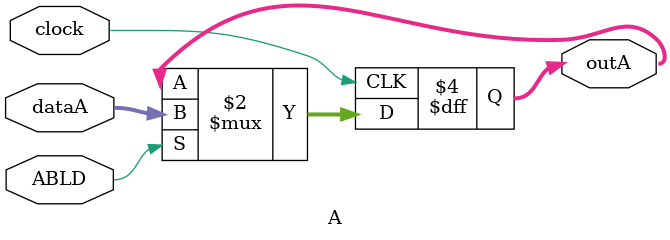
<source format=v>
module A(dataA, ABLD,clock,outA);

    input wire [7:0] dataA;
    input wire ABLD;
    input wire clock;
    output reg [7:0] outA;

    always @(posedge clock)
     begin
        if (ABLD)
         begin
            outA <= dataA; 
        end
    end
endmodule    
</source>
